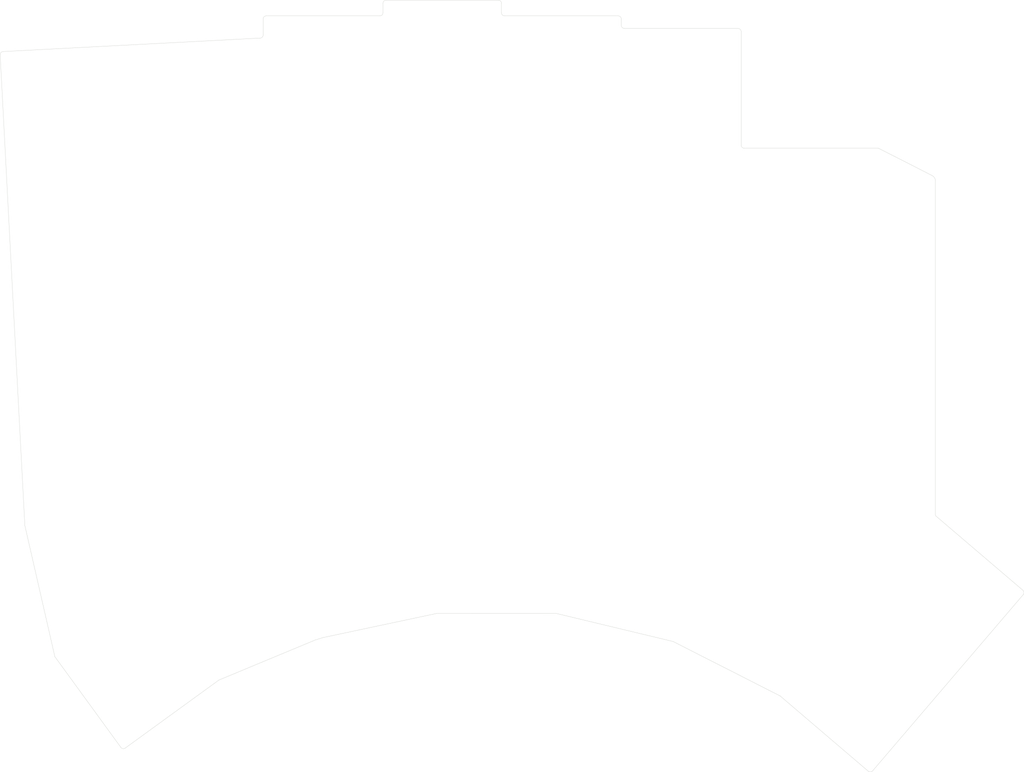
<source format=kicad_pcb>
(kicad_pcb (version 20211014) (generator pcbnew)
  (layers (0 "F.Cu" signal) (31 "B.Cu" signal) (34 "B.Paste" user) (35 "F.Paste" user) (36 "B.SilkS" user "B.Silkscreen") (37 "F.SilkS" user "F.Silkscreen") (38 "B.Mask" user) (39 "F.Mask" user) (44 "Edge.Cuts" user))
  (net 0 "")
  (footprint "used_footprints:M2_HOLE_PCB" (layer "F.Cu") (at 97.453504 122.438795 3)
    (fp_text reference "HM6" hide)
    (fp_text value "CaseHole" hide)
    (pad "" np_thru_hole circle locked (at 0 0 3) (size 2.2 2.2) (drill 2.2) (layers *.Cu *.Mask))
  )
  (footprint "used_footprints:M2_HOLE_PCB" (layer "F.Cu") (at 141.367719 110.550236 -6)
    (fp_text reference "HM13" hide)
    (fp_text value "CaseHole" hide)
    (pad "" np_thru_hole circle locked (at 0 0 354) (size 2.2 2.2) (drill 2.2) (layers *.Cu *.Mask))
  )
  (footprint "used_footprints:M2_HOLE_PCB" (layer "F.Cu") (at 133.498659 50.044225 3)
    (fp_text reference "HM8" hide)
    (fp_text value "CaseHole" hide)
    (pad "" np_thru_hole circle locked (at 0 0 3) (size 2.2 2.2) (drill 2.2) (layers *.Cu *.Mask))
  )
  (footprint "used_footprints:M2_HOLE_PCB" (layer "F.Cu") (at 186.507741 115.980262 -13.5)
    (fp_text reference "HM14" hide)
    (fp_text value "CaseHole" hide)
    (pad "" np_thru_hole circle (at 0 0 346.5) (size 2.2 2.2) (drill 2.2) (layers *.Cu *.Mask))
  )
  (footprint "used_footprints:M2_HOLE_PCB" (layer "F.Cu") (at 173.26582 72.131315 3)
    (fp_text reference "HM8" hide)
    (fp_text value "CaseHole" hide)
    (pad "" np_thru_hole circle locked (at 0 0 3) (size 2.2 2.2) (drill 2.2) (layers *.Cu *.Mask))
  )
  (footprint "used_footprints:M2_HOLE_PCB" (layer "F.Cu") (at 94.605494 74.797702 3)
    (fp_text reference "HM8" hide)
    (fp_text value "CaseHole" hide)
    (pad "" np_thru_hole circle locked (at 0 0 3) (size 2.2 2.2) (drill 2.2) (layers *.Cu *.Mask))
  )
  (footprint "used_footprints:M2_HOLE_PCB" (layer "F.Cu") (at 164.137723 110.63024)
    (fp_text reference "HM4" hide)
    (fp_text value "CaseHole" hide)
    (pad "" np_thru_hole circle (at 0 0) (size 2.2 2.2) (drill 2.2) (layers *.Cu *.Mask))
  )
  (footprint "used_footprints:M2_HOLE_PCB" (layer "F.Cu") (at 135.135828 67.621332 3)
    (fp_text reference "HM8" hide)
    (fp_text value "CaseHole" hide)
    (pad "" np_thru_hole circle locked (at 0 0 3) (size 2.2 2.2) (drill 2.2) (layers *.Cu *.Mask))
  )
  (footprint "used_footprints:M2_HOLE_PCB" (layer "F.Cu") (at 95.602465 93.821603 3)
    (fp_text reference "HM6" hide)
    (fp_text value "CaseHole" hide)
    (pad "" np_thru_hole circle locked (at 0 0 3) (size 2.2 2.2) (drill 2.2) (layers *.Cu *.Mask))
  )
  (footprint "used_footprints:M2_HOLE_PCB" (layer "F.Cu") (at 207.014187 126.402314 4.5)
    (fp_text reference "HM3" hide)
    (fp_text value "CaseHole" hide)
    (pad "" np_thru_hole circle (at 0 0 4.5) (size 2.2 2.2) (drill 2.2) (layers *.Cu *.Mask))
  )
  (footprint "used_footprints:M2_HOLE_PCB" (layer "F.Cu") (at 173.638661 52.044225 3)
    (fp_text reference "HM8" hide)
    (fp_text value "CaseHole" hide)
    (pad "" np_thru_hole circle locked (at 0 0 3) (size 2.2 2.2) (drill 2.2) (layers *.Cu *.Mask))
  )
  (footprint "used_footprints:M2_HOLE_PCB" (layer "F.Cu") (at 93.580864 54.746056 3)
    (fp_text reference "HM8" hide)
    (fp_text value "CaseHole" hide)
    (pad "" np_thru_hole circle locked (at 0 0 3) (size 2.2 2.2) (drill 2.2) (layers *.Cu *.Mask))
  )
  (gr_line (start 108.531129 137.768706) (end 123.886807 131.377998) (layer "Edge.Cuts") (width 0.05))
  (gr_line (start 76.772919 95.781649) (end 77.689969 113.185783) (layer "Edge.Cuts") (width 0.05))
  (gr_arc (start 115.566991 35.168793) (mid 115.420546 35.522343) (end 115.066996 35.668788) (layer "Edge.Cuts") (width 0.05))
  (gr_arc (start 191.04699 34.128781) (mid 191.400547 34.275227) (end 191.546996 34.628783) (layer "Edge.Cuts") (width 0.05))
  (gr_arc (start 73.766855 38.328304) (mid 73.894592 37.967569) (end 74.239994 37.802815) (layer "Edge.Cuts") (width 0.05))
  (gr_line (start 115.566993 35.168784) (end 115.566997 32.628786) (layer "Edge.Cuts") (width 0.05))
  (gr_line (start 116.066996 32.128785) (end 134.116997 32.128784) (layer "Edge.Cuts") (width 0.05))
  (gr_line (start 180.731899 131.636088) (end 197.741272 140.293521) (layer "Edge.Cuts") (width 0.05))
  (gr_line (start 213.39079 53.18949) (end 221.894559 57.523617) (layer "Edge.Cuts") (width 0.05))
  (gr_arc (start 236.324563 123.482199) (mid 236.498293 123.823178) (end 236.38003 124.187132) (layer "Edge.Cuts") (width 0.05))
  (gr_arc (start 93.64955 148.58482) (mid 93.277441 148.674153) (end 92.951152 148.4742) (layer "Edge.Cuts") (width 0.05))
  (gr_line (start 74.68039 55.759676) (end 73.76685 38.328298) (layer "Edge.Cuts") (width 0.05))
  (gr_arc (start 192.047384 53.178856) (mid 191.693832 53.032412) (end 191.547384 52.678862) (layer "Edge.Cuts") (width 0.05))
  (gr_line (start 134.616991 30.128786) (end 134.616997 31.628787) (layer "Edge.Cuts") (width 0.05))
  (gr_line (start 236.38003 124.187132) (end 212.448968 152.204036) (layer "Edge.Cuts") (width 0.05))
  (gr_line (start 74.68039 55.759676) (end 76.772919 95.781649) (layer "Edge.Cuts") (width 0.05))
  (gr_line (start 82.4605 134.044771) (end 78.095452 114.95396) (layer "Edge.Cuts") (width 0.05))
  (gr_line (start 143.111447 127.179379) (end 125.089712 131.011197) (layer "Edge.Cuts") (width 0.05))
  (gr_arc (start 152.946986 29.628787) (mid 153.300543 29.77523) (end 153.446994 30.128783) (layer "Edge.Cuts") (width 0.05))
  (gr_line (start 222.426504 58.369909) (end 222.42652 111.502982) (layer "Edge.Cuts") (width 0.05))
  (gr_line (start 74.239994 37.802815) (end 110.791259 35.887314) (layer "Edge.Cuts") (width 0.05))
  (gr_line (start 172.496992 33.628785) (end 172.496989 32.628789) (layer "Edge.Cuts") (width 0.05))
  (gr_line (start 153.446996 31.628788) (end 153.44699 30.128782) (layer "Edge.Cuts") (width 0.05))
  (gr_line (start 115.066996 35.668788) (end 114.642944 35.682817) (layer "Edge.Cuts") (width 0.05))
  (gr_line (start 162.169588 127.175311) (end 180.731899 131.636088) (layer "Edge.Cuts") (width 0.05))
  (gr_arc (start 171.996988 32.128786) (mid 172.350543 32.275234) (end 172.496989 32.628789) (layer "Edge.Cuts") (width 0.05))
  (gr_line (start 191.046987 34.128783) (end 172.996993 34.128786) (layer "Edge.Cuts") (width 0.05))
  (gr_arc (start 153.947 32.128788) (mid 153.593445 31.982342) (end 153.446996 31.628788) (layer "Edge.Cuts") (width 0.05))
  (gr_line (start 92.951152 148.4742) (end 82.4605 134.044771) (layer "Edge.Cuts") (width 0.05))
  (gr_line (start 110.791259 35.887314) (end 114.642944 35.682817) (layer "Edge.Cuts") (width 0.05))
  (gr_arc (start 134.617001 30.12879) (mid 134.763445 29.775241) (end 135.116994 29.628795) (layer "Edge.Cuts") (width 0.05))
  (gr_line (start 222.487498 111.663874) (end 236.324555 123.482199) (layer "Edge.Cuts") (width 0.05))
  (gr_line (start 171.996991 32.128781) (end 153.946989 32.128785) (layer "Edge.Cuts") (width 0.05))
  (gr_line (start 213.321889 53.17878) (end 213.39079 53.18949) (layer "Edge.Cuts") (width 0.05))
  (gr_line (start 152.94699 29.628787) (end 135.116994 29.628795) (layer "Edge.Cuts") (width 0.05))
  (gr_arc (start 212.448968 152.204029) (mid 212.107996 152.377768) (end 211.744041 152.259516) (layer "Edge.Cuts") (width 0.05))
  (gr_line (start 108.531129 137.768706) (end 93.649555 148.584822) (layer "Edge.Cuts") (width 0.05))
  (gr_line (start 123.886807 131.377998) (end 125.089712 131.011197) (layer "Edge.Cuts") (width 0.05))
  (gr_line (start 77.689969 113.185783) (end 78.095452 114.95396) (layer "Edge.Cuts") (width 0.05))
  (gr_arc (start 221.894555 57.52361) (mid 222.27439 57.875191) (end 222.426504 58.369909) (layer "Edge.Cuts") (width 0.05))
  (gr_line (start 191.547384 52.678862) (end 191.546996 34.628783) (layer "Edge.Cuts") (width 0.05))
  (gr_line (start 222.487498 111.663874) (end 222.42652 111.502982) (layer "Edge.Cuts") (width 0.05))
  (gr_line (start 162.169588 127.175311) (end 143.111447 127.179379) (layer "Edge.Cuts") (width 0.05))
  (gr_line (start 197.741272 140.293521) (end 211.744041 152.259516) (layer "Edge.Cuts") (width 0.05))
  (gr_arc (start 134.616984 31.628777) (mid 134.470545 31.982331) (end 134.116997 32.128784) (layer "Edge.Cuts") (width 0.05))
  (gr_line (start 213.321889 53.17878) (end 192.047384 53.178856) (layer "Edge.Cuts") (width 0.05))
  (gr_arc (start 115.566992 32.628789) (mid 115.71344 32.275233) (end 116.066996 32.128785) (layer "Edge.Cuts") (width 0.05))
  (gr_arc (start 172.996987 34.12878) (mid 172.643437 33.982335) (end 172.496992 33.628785) (layer "Edge.Cuts") (width 0.05))
)
</source>
